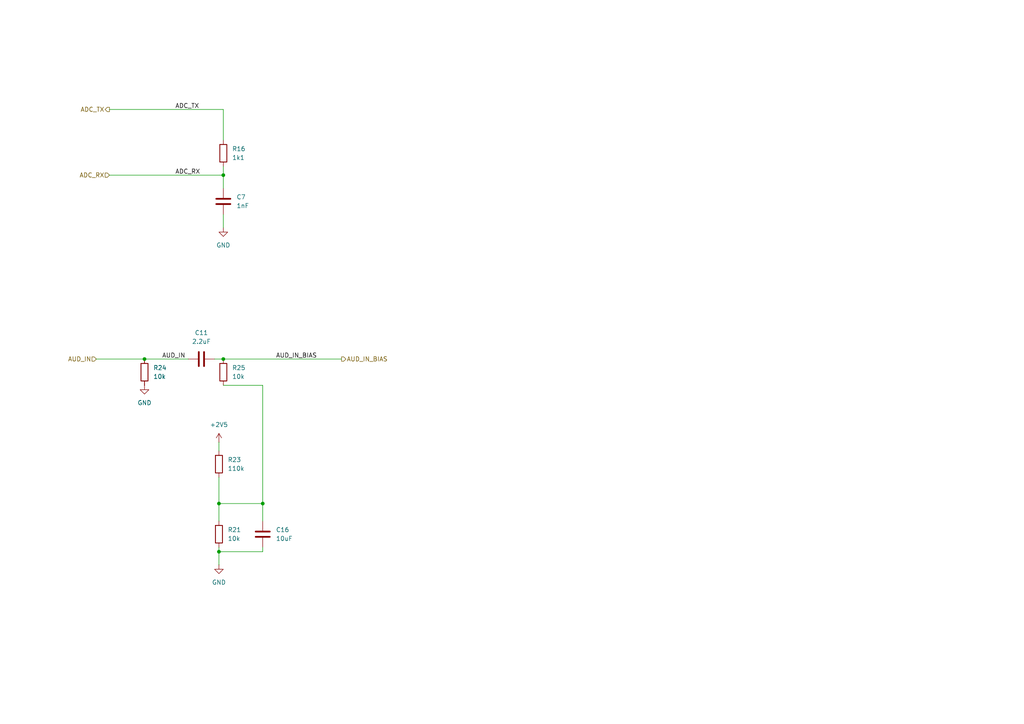
<source format=kicad_sch>
(kicad_sch
	(version 20250114)
	(generator "eeschema")
	(generator_version "9.0")
	(uuid "772ff847-a194-466b-b27b-2c6e74b275df")
	(paper "A4")
	(lib_symbols
		(symbol "Device:C"
			(pin_numbers
				(hide yes)
			)
			(pin_names
				(offset 0.254)
			)
			(exclude_from_sim no)
			(in_bom yes)
			(on_board yes)
			(property "Reference" "C"
				(at 0.635 2.54 0)
				(effects
					(font
						(size 1.27 1.27)
					)
					(justify left)
				)
			)
			(property "Value" "C"
				(at 0.635 -2.54 0)
				(effects
					(font
						(size 1.27 1.27)
					)
					(justify left)
				)
			)
			(property "Footprint" ""
				(at 0.9652 -3.81 0)
				(effects
					(font
						(size 1.27 1.27)
					)
					(hide yes)
				)
			)
			(property "Datasheet" "~"
				(at 0 0 0)
				(effects
					(font
						(size 1.27 1.27)
					)
					(hide yes)
				)
			)
			(property "Description" "Unpolarized capacitor"
				(at 0 0 0)
				(effects
					(font
						(size 1.27 1.27)
					)
					(hide yes)
				)
			)
			(property "ki_keywords" "cap capacitor"
				(at 0 0 0)
				(effects
					(font
						(size 1.27 1.27)
					)
					(hide yes)
				)
			)
			(property "ki_fp_filters" "C_*"
				(at 0 0 0)
				(effects
					(font
						(size 1.27 1.27)
					)
					(hide yes)
				)
			)
			(symbol "C_0_1"
				(polyline
					(pts
						(xy -2.032 0.762) (xy 2.032 0.762)
					)
					(stroke
						(width 0.508)
						(type default)
					)
					(fill
						(type none)
					)
				)
				(polyline
					(pts
						(xy -2.032 -0.762) (xy 2.032 -0.762)
					)
					(stroke
						(width 0.508)
						(type default)
					)
					(fill
						(type none)
					)
				)
			)
			(symbol "C_1_1"
				(pin passive line
					(at 0 3.81 270)
					(length 2.794)
					(name "~"
						(effects
							(font
								(size 1.27 1.27)
							)
						)
					)
					(number "1"
						(effects
							(font
								(size 1.27 1.27)
							)
						)
					)
				)
				(pin passive line
					(at 0 -3.81 90)
					(length 2.794)
					(name "~"
						(effects
							(font
								(size 1.27 1.27)
							)
						)
					)
					(number "2"
						(effects
							(font
								(size 1.27 1.27)
							)
						)
					)
				)
			)
			(embedded_fonts no)
		)
		(symbol "Device:R"
			(pin_numbers
				(hide yes)
			)
			(pin_names
				(offset 0)
			)
			(exclude_from_sim no)
			(in_bom yes)
			(on_board yes)
			(property "Reference" "R"
				(at 2.032 0 90)
				(effects
					(font
						(size 1.27 1.27)
					)
				)
			)
			(property "Value" "R"
				(at 0 0 90)
				(effects
					(font
						(size 1.27 1.27)
					)
				)
			)
			(property "Footprint" ""
				(at -1.778 0 90)
				(effects
					(font
						(size 1.27 1.27)
					)
					(hide yes)
				)
			)
			(property "Datasheet" "~"
				(at 0 0 0)
				(effects
					(font
						(size 1.27 1.27)
					)
					(hide yes)
				)
			)
			(property "Description" "Resistor"
				(at 0 0 0)
				(effects
					(font
						(size 1.27 1.27)
					)
					(hide yes)
				)
			)
			(property "ki_keywords" "R res resistor"
				(at 0 0 0)
				(effects
					(font
						(size 1.27 1.27)
					)
					(hide yes)
				)
			)
			(property "ki_fp_filters" "R_*"
				(at 0 0 0)
				(effects
					(font
						(size 1.27 1.27)
					)
					(hide yes)
				)
			)
			(symbol "R_0_1"
				(rectangle
					(start -1.016 -2.54)
					(end 1.016 2.54)
					(stroke
						(width 0.254)
						(type default)
					)
					(fill
						(type none)
					)
				)
			)
			(symbol "R_1_1"
				(pin passive line
					(at 0 3.81 270)
					(length 1.27)
					(name "~"
						(effects
							(font
								(size 1.27 1.27)
							)
						)
					)
					(number "1"
						(effects
							(font
								(size 1.27 1.27)
							)
						)
					)
				)
				(pin passive line
					(at 0 -3.81 90)
					(length 1.27)
					(name "~"
						(effects
							(font
								(size 1.27 1.27)
							)
						)
					)
					(number "2"
						(effects
							(font
								(size 1.27 1.27)
							)
						)
					)
				)
			)
			(embedded_fonts no)
		)
		(symbol "power:+2V5"
			(power)
			(pin_numbers
				(hide yes)
			)
			(pin_names
				(offset 0)
				(hide yes)
			)
			(exclude_from_sim no)
			(in_bom yes)
			(on_board yes)
			(property "Reference" "#PWR"
				(at 0 -3.81 0)
				(effects
					(font
						(size 1.27 1.27)
					)
					(hide yes)
				)
			)
			(property "Value" "+2V5"
				(at 0 3.556 0)
				(effects
					(font
						(size 1.27 1.27)
					)
				)
			)
			(property "Footprint" ""
				(at 0 0 0)
				(effects
					(font
						(size 1.27 1.27)
					)
					(hide yes)
				)
			)
			(property "Datasheet" ""
				(at 0 0 0)
				(effects
					(font
						(size 1.27 1.27)
					)
					(hide yes)
				)
			)
			(property "Description" "Power symbol creates a global label with name \"+2V5\""
				(at 0 0 0)
				(effects
					(font
						(size 1.27 1.27)
					)
					(hide yes)
				)
			)
			(property "ki_keywords" "global power"
				(at 0 0 0)
				(effects
					(font
						(size 1.27 1.27)
					)
					(hide yes)
				)
			)
			(symbol "+2V5_0_1"
				(polyline
					(pts
						(xy -0.762 1.27) (xy 0 2.54)
					)
					(stroke
						(width 0)
						(type default)
					)
					(fill
						(type none)
					)
				)
				(polyline
					(pts
						(xy 0 2.54) (xy 0.762 1.27)
					)
					(stroke
						(width 0)
						(type default)
					)
					(fill
						(type none)
					)
				)
				(polyline
					(pts
						(xy 0 0) (xy 0 2.54)
					)
					(stroke
						(width 0)
						(type default)
					)
					(fill
						(type none)
					)
				)
			)
			(symbol "+2V5_1_1"
				(pin power_in line
					(at 0 0 90)
					(length 0)
					(name "~"
						(effects
							(font
								(size 1.27 1.27)
							)
						)
					)
					(number "1"
						(effects
							(font
								(size 1.27 1.27)
							)
						)
					)
				)
			)
			(embedded_fonts no)
		)
		(symbol "power:GND"
			(power)
			(pin_numbers
				(hide yes)
			)
			(pin_names
				(offset 0)
				(hide yes)
			)
			(exclude_from_sim no)
			(in_bom yes)
			(on_board yes)
			(property "Reference" "#PWR"
				(at 0 -6.35 0)
				(effects
					(font
						(size 1.27 1.27)
					)
					(hide yes)
				)
			)
			(property "Value" "GND"
				(at 0 -3.81 0)
				(effects
					(font
						(size 1.27 1.27)
					)
				)
			)
			(property "Footprint" ""
				(at 0 0 0)
				(effects
					(font
						(size 1.27 1.27)
					)
					(hide yes)
				)
			)
			(property "Datasheet" ""
				(at 0 0 0)
				(effects
					(font
						(size 1.27 1.27)
					)
					(hide yes)
				)
			)
			(property "Description" "Power symbol creates a global label with name \"GND\" , ground"
				(at 0 0 0)
				(effects
					(font
						(size 1.27 1.27)
					)
					(hide yes)
				)
			)
			(property "ki_keywords" "global power"
				(at 0 0 0)
				(effects
					(font
						(size 1.27 1.27)
					)
					(hide yes)
				)
			)
			(symbol "GND_0_1"
				(polyline
					(pts
						(xy 0 0) (xy 0 -1.27) (xy 1.27 -1.27) (xy 0 -2.54) (xy -1.27 -1.27) (xy 0 -1.27)
					)
					(stroke
						(width 0)
						(type default)
					)
					(fill
						(type none)
					)
				)
			)
			(symbol "GND_1_1"
				(pin power_in line
					(at 0 0 270)
					(length 0)
					(name "~"
						(effects
							(font
								(size 1.27 1.27)
							)
						)
					)
					(number "1"
						(effects
							(font
								(size 1.27 1.27)
							)
						)
					)
				)
			)
			(embedded_fonts no)
		)
	)
	(junction
		(at 41.91 104.14)
		(diameter 0)
		(color 0 0 0 0)
		(uuid "0eaeca76-5984-404e-9ead-b464e7b10c6b")
	)
	(junction
		(at 64.77 104.14)
		(diameter 0)
		(color 0 0 0 0)
		(uuid "28f6d038-cd68-4b51-aed0-ec2ea748c30c")
	)
	(junction
		(at 63.5 160.02)
		(diameter 0)
		(color 0 0 0 0)
		(uuid "4db8c21a-c439-4d25-807d-2cd6c7f6eeae")
	)
	(junction
		(at 76.2 146.05)
		(diameter 0)
		(color 0 0 0 0)
		(uuid "7f7ff779-517f-4d3c-81fd-aa5f5023ca65")
	)
	(junction
		(at 63.5 146.05)
		(diameter 0)
		(color 0 0 0 0)
		(uuid "81612abf-79f8-46c3-ad57-694c87640c8a")
	)
	(junction
		(at 64.77 50.8)
		(diameter 0)
		(color 0 0 0 0)
		(uuid "e2de462b-c113-4a94-9b74-4d9c4b42f9e5")
	)
	(wire
		(pts
			(xy 63.5 158.75) (xy 63.5 160.02)
		)
		(stroke
			(width 0)
			(type default)
		)
		(uuid "05cd6ea5-8c57-40c9-9c4b-e6b9215e9488")
	)
	(wire
		(pts
			(xy 63.5 146.05) (xy 63.5 151.13)
		)
		(stroke
			(width 0)
			(type default)
		)
		(uuid "078986ee-b270-40bc-823e-4660b13d2667")
	)
	(wire
		(pts
			(xy 41.91 104.14) (xy 54.61 104.14)
		)
		(stroke
			(width 0)
			(type default)
		)
		(uuid "0b67f233-7509-4c74-b5d0-0a8352bd8be1")
	)
	(wire
		(pts
			(xy 31.75 31.75) (xy 64.77 31.75)
		)
		(stroke
			(width 0)
			(type default)
		)
		(uuid "0cc43b31-eeac-49b5-8dde-6a7b30e322e9")
	)
	(wire
		(pts
			(xy 63.5 128.27) (xy 63.5 130.81)
		)
		(stroke
			(width 0)
			(type default)
		)
		(uuid "38fc29c6-716e-4834-ba4e-ecbc7b338578")
	)
	(wire
		(pts
			(xy 64.77 40.64) (xy 64.77 31.75)
		)
		(stroke
			(width 0)
			(type default)
		)
		(uuid "3cef5acd-41b8-4342-b27f-e9d9a81eda32")
	)
	(wire
		(pts
			(xy 64.77 104.14) (xy 99.06 104.14)
		)
		(stroke
			(width 0)
			(type default)
		)
		(uuid "53e695c2-6e0f-4921-847a-5ab44c066225")
	)
	(wire
		(pts
			(xy 76.2 151.13) (xy 76.2 146.05)
		)
		(stroke
			(width 0)
			(type default)
		)
		(uuid "59d73d01-4e25-4bfa-bf24-7d6ceb95e864")
	)
	(wire
		(pts
			(xy 76.2 111.76) (xy 76.2 146.05)
		)
		(stroke
			(width 0)
			(type default)
		)
		(uuid "73b048c7-59e9-4a70-ae5d-31bdde483432")
	)
	(wire
		(pts
			(xy 63.5 160.02) (xy 76.2 160.02)
		)
		(stroke
			(width 0)
			(type default)
		)
		(uuid "8e77c54c-e54b-4f5d-aab2-43625ffac802")
	)
	(wire
		(pts
			(xy 27.94 104.14) (xy 41.91 104.14)
		)
		(stroke
			(width 0)
			(type default)
		)
		(uuid "9300e5dc-94f9-4159-b1ee-a90fdc87ca86")
	)
	(wire
		(pts
			(xy 64.77 62.23) (xy 64.77 66.04)
		)
		(stroke
			(width 0)
			(type default)
		)
		(uuid "9a8bdc72-bcce-4b45-b6ba-f2b3e0cbceba")
	)
	(wire
		(pts
			(xy 64.77 50.8) (xy 64.77 54.61)
		)
		(stroke
			(width 0)
			(type default)
		)
		(uuid "a0195bb6-a69e-4d5f-be47-c5f7ee4646af")
	)
	(wire
		(pts
			(xy 63.5 138.43) (xy 63.5 146.05)
		)
		(stroke
			(width 0)
			(type default)
		)
		(uuid "a35e9846-f0d9-41ce-ad0a-9e4fd9c22858")
	)
	(wire
		(pts
			(xy 31.75 50.8) (xy 64.77 50.8)
		)
		(stroke
			(width 0)
			(type default)
		)
		(uuid "b0f1ec8e-8924-4f38-a55b-916139eb51b1")
	)
	(wire
		(pts
			(xy 63.5 160.02) (xy 63.5 163.83)
		)
		(stroke
			(width 0)
			(type default)
		)
		(uuid "c421fe78-4be1-4a79-b80e-2ccd7a7d92a1")
	)
	(wire
		(pts
			(xy 76.2 111.76) (xy 64.77 111.76)
		)
		(stroke
			(width 0)
			(type default)
		)
		(uuid "c5622012-58cf-46f0-88d4-978be8ca7a94")
	)
	(wire
		(pts
			(xy 62.23 104.14) (xy 64.77 104.14)
		)
		(stroke
			(width 0)
			(type default)
		)
		(uuid "cc9f92a1-208e-4bef-a014-0198569b188b")
	)
	(wire
		(pts
			(xy 76.2 146.05) (xy 63.5 146.05)
		)
		(stroke
			(width 0)
			(type default)
		)
		(uuid "d5f14e3c-0a25-4099-b73c-fa58f2eb9ec6")
	)
	(wire
		(pts
			(xy 64.77 48.26) (xy 64.77 50.8)
		)
		(stroke
			(width 0)
			(type default)
		)
		(uuid "ebd0cfe5-0e2b-4486-94f2-e92587b30be9")
	)
	(wire
		(pts
			(xy 76.2 160.02) (xy 76.2 158.75)
		)
		(stroke
			(width 0)
			(type default)
		)
		(uuid "ef98ba55-2b2a-48a5-9aa7-153469f04b77")
	)
	(label "AUD_IN_BIAS"
		(at 80.01 104.14 0)
		(effects
			(font
				(size 1.27 1.27)
			)
			(justify left bottom)
		)
		(uuid "334400a1-d822-4c90-84a3-c1056fa3a466")
	)
	(label "ADC_RX"
		(at 50.8 50.8 0)
		(effects
			(font
				(size 1.27 1.27)
			)
			(justify left bottom)
		)
		(uuid "378375b1-1290-42fc-8e13-4247b057fb56")
	)
	(label "AUD_IN"
		(at 46.99 104.14 0)
		(effects
			(font
				(size 1.27 1.27)
			)
			(justify left bottom)
		)
		(uuid "48b837a8-7028-429c-8593-473880b1c773")
	)
	(label "ADC_TX"
		(at 50.8 31.75 0)
		(effects
			(font
				(size 1.27 1.27)
			)
			(justify left bottom)
		)
		(uuid "c1ca05a6-4cdc-4ad5-89ec-b4d94499e3f3")
	)
	(hierarchical_label "ADC_RX"
		(shape input)
		(at 31.75 50.8 180)
		(effects
			(font
				(size 1.27 1.27)
			)
			(justify right)
		)
		(uuid "9ac4167d-c812-4cd6-a312-c1e6f6b895e8")
	)
	(hierarchical_label "AUD_IN_BIAS"
		(shape output)
		(at 99.06 104.14 0)
		(effects
			(font
				(size 1.27 1.27)
			)
			(justify left)
		)
		(uuid "aef19c8a-2be7-46ac-8a6d-7e63c5587c03")
	)
	(hierarchical_label "ADC_TX"
		(shape output)
		(at 31.75 31.75 180)
		(effects
			(font
				(size 1.27 1.27)
			)
			(justify right)
		)
		(uuid "cff769a2-6a55-4662-b14a-93983a23f6df")
	)
	(hierarchical_label "AUD_IN"
		(shape input)
		(at 27.94 104.14 180)
		(effects
			(font
				(size 1.27 1.27)
			)
			(justify right)
		)
		(uuid "d04df2a7-bb22-48ad-8fdb-d50a56b0f1f0")
	)
	(symbol
		(lib_id "Device:C")
		(at 58.42 104.14 90)
		(unit 1)
		(exclude_from_sim no)
		(in_bom yes)
		(on_board yes)
		(dnp no)
		(fields_autoplaced yes)
		(uuid "06cd2056-a0de-432b-94d9-ce164b589e7c")
		(property "Reference" "C11"
			(at 58.42 96.52 90)
			(effects
				(font
					(size 1.27 1.27)
				)
			)
		)
		(property "Value" "2.2uF"
			(at 58.42 99.06 90)
			(effects
				(font
					(size 1.27 1.27)
				)
			)
		)
		(property "Footprint" "Capacitor_SMD:C_0603_1608Metric"
			(at 62.23 103.1748 0)
			(effects
				(font
					(size 1.27 1.27)
				)
				(hide yes)
			)
		)
		(property "Datasheet" "~"
			(at 58.42 104.14 0)
			(effects
				(font
					(size 1.27 1.27)
				)
				(hide yes)
			)
		)
		(property "Description" "Unpolarized capacitor"
			(at 58.42 104.14 0)
			(effects
				(font
					(size 1.27 1.27)
				)
				(hide yes)
			)
		)
		(pin "1"
			(uuid "863813e9-a679-4403-9773-ec31e0c08b99")
		)
		(pin "2"
			(uuid "67b0787d-e17d-4013-9328-cf0d8f59c669")
		)
		(instances
			(project ""
				(path "/f8f92944-710a-49a0-a698-f840e5f20e15/1dc50d40-2acd-4c26-808b-1819716fc764"
					(reference "C11")
					(unit 1)
				)
			)
		)
	)
	(symbol
		(lib_id "Device:R")
		(at 63.5 134.62 0)
		(unit 1)
		(exclude_from_sim no)
		(in_bom yes)
		(on_board yes)
		(dnp no)
		(fields_autoplaced yes)
		(uuid "09443756-87f3-4fb0-b02b-0904f5448470")
		(property "Reference" "R23"
			(at 66.04 133.3499 0)
			(effects
				(font
					(size 1.27 1.27)
				)
				(justify left)
			)
		)
		(property "Value" "110k"
			(at 66.04 135.8899 0)
			(effects
				(font
					(size 1.27 1.27)
				)
				(justify left)
			)
		)
		(property "Footprint" "Resistor_SMD:R_0603_1608Metric"
			(at 61.722 134.62 90)
			(effects
				(font
					(size 1.27 1.27)
				)
				(hide yes)
			)
		)
		(property "Datasheet" "~"
			(at 63.5 134.62 0)
			(effects
				(font
					(size 1.27 1.27)
				)
				(hide yes)
			)
		)
		(property "Description" "Resistor"
			(at 63.5 134.62 0)
			(effects
				(font
					(size 1.27 1.27)
				)
				(hide yes)
			)
		)
		(pin "1"
			(uuid "ce7cdc88-b3c6-4cbf-b1d4-1a87612f0c62")
		)
		(pin "2"
			(uuid "947769bf-805f-495e-baeb-9ce95d7d439a")
		)
		(instances
			(project "pokeymax4b"
				(path "/f8f92944-710a-49a0-a698-f840e5f20e15/1dc50d40-2acd-4c26-808b-1819716fc764"
					(reference "R23")
					(unit 1)
				)
			)
		)
	)
	(symbol
		(lib_id "Device:R")
		(at 63.5 154.94 0)
		(unit 1)
		(exclude_from_sim no)
		(in_bom yes)
		(on_board yes)
		(dnp no)
		(fields_autoplaced yes)
		(uuid "3c174f6a-0a8c-4854-bd0b-9cf0494d4ea7")
		(property "Reference" "R21"
			(at 66.04 153.6699 0)
			(effects
				(font
					(size 1.27 1.27)
				)
				(justify left)
			)
		)
		(property "Value" "10k"
			(at 66.04 156.2099 0)
			(effects
				(font
					(size 1.27 1.27)
				)
				(justify left)
			)
		)
		(property "Footprint" "Resistor_SMD:R_0603_1608Metric"
			(at 61.722 154.94 90)
			(effects
				(font
					(size 1.27 1.27)
				)
				(hide yes)
			)
		)
		(property "Datasheet" "~"
			(at 63.5 154.94 0)
			(effects
				(font
					(size 1.27 1.27)
				)
				(hide yes)
			)
		)
		(property "Description" "Resistor"
			(at 63.5 154.94 0)
			(effects
				(font
					(size 1.27 1.27)
				)
				(hide yes)
			)
		)
		(pin "1"
			(uuid "93a1b44b-16f0-4eff-9243-9dd22c2e5ed7")
		)
		(pin "2"
			(uuid "ab52e501-ff9e-4b8c-ae01-67f07897fc25")
		)
		(instances
			(project "pokeymax4b"
				(path "/f8f92944-710a-49a0-a698-f840e5f20e15/1dc50d40-2acd-4c26-808b-1819716fc764"
					(reference "R21")
					(unit 1)
				)
			)
		)
	)
	(symbol
		(lib_id "power:+2V5")
		(at 63.5 128.27 0)
		(unit 1)
		(exclude_from_sim no)
		(in_bom yes)
		(on_board yes)
		(dnp no)
		(fields_autoplaced yes)
		(uuid "4492d9c5-9f0c-4434-b18a-0a87f8a7320a")
		(property "Reference" "#PWR038"
			(at 63.5 132.08 0)
			(effects
				(font
					(size 1.27 1.27)
				)
				(hide yes)
			)
		)
		(property "Value" "+2V5"
			(at 63.5 123.19 0)
			(effects
				(font
					(size 1.27 1.27)
				)
			)
		)
		(property "Footprint" ""
			(at 63.5 128.27 0)
			(effects
				(font
					(size 1.27 1.27)
				)
				(hide yes)
			)
		)
		(property "Datasheet" ""
			(at 63.5 128.27 0)
			(effects
				(font
					(size 1.27 1.27)
				)
				(hide yes)
			)
		)
		(property "Description" "Power symbol creates a global label with name \"+2V5\""
			(at 63.5 128.27 0)
			(effects
				(font
					(size 1.27 1.27)
				)
				(hide yes)
			)
		)
		(pin "1"
			(uuid "3824f770-5cb1-4f02-a890-7a1b043ff467")
		)
		(instances
			(project "pokeymax4b"
				(path "/f8f92944-710a-49a0-a698-f840e5f20e15/1dc50d40-2acd-4c26-808b-1819716fc764"
					(reference "#PWR038")
					(unit 1)
				)
			)
		)
	)
	(symbol
		(lib_id "Device:R")
		(at 41.91 107.95 0)
		(unit 1)
		(exclude_from_sim no)
		(in_bom yes)
		(on_board yes)
		(dnp no)
		(fields_autoplaced yes)
		(uuid "7bda38c4-a233-458d-ba2a-b1d80e160058")
		(property "Reference" "R24"
			(at 44.45 106.6799 0)
			(effects
				(font
					(size 1.27 1.27)
				)
				(justify left)
			)
		)
		(property "Value" "10k"
			(at 44.45 109.2199 0)
			(effects
				(font
					(size 1.27 1.27)
				)
				(justify left)
			)
		)
		(property "Footprint" "Resistor_SMD:R_0603_1608Metric"
			(at 40.132 107.95 90)
			(effects
				(font
					(size 1.27 1.27)
				)
				(hide yes)
			)
		)
		(property "Datasheet" "~"
			(at 41.91 107.95 0)
			(effects
				(font
					(size 1.27 1.27)
				)
				(hide yes)
			)
		)
		(property "Description" "Resistor"
			(at 41.91 107.95 0)
			(effects
				(font
					(size 1.27 1.27)
				)
				(hide yes)
			)
		)
		(pin "1"
			(uuid "a013ff97-fa20-483e-9717-a93fcc4d5895")
		)
		(pin "2"
			(uuid "c72d604b-6adb-4caa-9647-00eabf2e4d4a")
		)
		(instances
			(project "pokeymax4b"
				(path "/f8f92944-710a-49a0-a698-f840e5f20e15/1dc50d40-2acd-4c26-808b-1819716fc764"
					(reference "R24")
					(unit 1)
				)
			)
		)
	)
	(symbol
		(lib_id "Device:R")
		(at 64.77 107.95 0)
		(unit 1)
		(exclude_from_sim no)
		(in_bom yes)
		(on_board yes)
		(dnp no)
		(fields_autoplaced yes)
		(uuid "93ed9da9-f80a-47d2-935c-b25dac6ec717")
		(property "Reference" "R25"
			(at 67.31 106.6799 0)
			(effects
				(font
					(size 1.27 1.27)
				)
				(justify left)
			)
		)
		(property "Value" "10k"
			(at 67.31 109.2199 0)
			(effects
				(font
					(size 1.27 1.27)
				)
				(justify left)
			)
		)
		(property "Footprint" "Resistor_SMD:R_0603_1608Metric"
			(at 62.992 107.95 90)
			(effects
				(font
					(size 1.27 1.27)
				)
				(hide yes)
			)
		)
		(property "Datasheet" "~"
			(at 64.77 107.95 0)
			(effects
				(font
					(size 1.27 1.27)
				)
				(hide yes)
			)
		)
		(property "Description" "Resistor"
			(at 64.77 107.95 0)
			(effects
				(font
					(size 1.27 1.27)
				)
				(hide yes)
			)
		)
		(pin "1"
			(uuid "22496743-8826-4602-b5d2-2bc2af10ea9e")
		)
		(pin "2"
			(uuid "34b26095-c4e5-47bd-845c-f59e565f4b57")
		)
		(instances
			(project "pokeymax4b"
				(path "/f8f92944-710a-49a0-a698-f840e5f20e15/1dc50d40-2acd-4c26-808b-1819716fc764"
					(reference "R25")
					(unit 1)
				)
			)
		)
	)
	(symbol
		(lib_id "power:GND")
		(at 64.77 66.04 0)
		(unit 1)
		(exclude_from_sim no)
		(in_bom yes)
		(on_board yes)
		(dnp no)
		(fields_autoplaced yes)
		(uuid "945972f6-456c-4710-9df2-33dc825f4d15")
		(property "Reference" "#PWR036"
			(at 64.77 72.39 0)
			(effects
				(font
					(size 1.27 1.27)
				)
				(hide yes)
			)
		)
		(property "Value" "GND"
			(at 64.77 71.12 0)
			(effects
				(font
					(size 1.27 1.27)
				)
			)
		)
		(property "Footprint" ""
			(at 64.77 66.04 0)
			(effects
				(font
					(size 1.27 1.27)
				)
				(hide yes)
			)
		)
		(property "Datasheet" ""
			(at 64.77 66.04 0)
			(effects
				(font
					(size 1.27 1.27)
				)
				(hide yes)
			)
		)
		(property "Description" "Power symbol creates a global label with name \"GND\" , ground"
			(at 64.77 66.04 0)
			(effects
				(font
					(size 1.27 1.27)
				)
				(hide yes)
			)
		)
		(pin "1"
			(uuid "ad522a48-b0af-498a-95c5-1623c31d2589")
		)
		(instances
			(project ""
				(path "/f8f92944-710a-49a0-a698-f840e5f20e15/1dc50d40-2acd-4c26-808b-1819716fc764"
					(reference "#PWR036")
					(unit 1)
				)
			)
		)
	)
	(symbol
		(lib_id "Device:R")
		(at 64.77 44.45 0)
		(unit 1)
		(exclude_from_sim no)
		(in_bom yes)
		(on_board yes)
		(dnp no)
		(fields_autoplaced yes)
		(uuid "971f0099-318a-42a4-aee4-8740ef73c374")
		(property "Reference" "R16"
			(at 67.31 43.1799 0)
			(effects
				(font
					(size 1.27 1.27)
				)
				(justify left)
			)
		)
		(property "Value" "1k1"
			(at 67.31 45.7199 0)
			(effects
				(font
					(size 1.27 1.27)
				)
				(justify left)
			)
		)
		(property "Footprint" "Resistor_SMD:R_0603_1608Metric"
			(at 62.992 44.45 90)
			(effects
				(font
					(size 1.27 1.27)
				)
				(hide yes)
			)
		)
		(property "Datasheet" "~"
			(at 64.77 44.45 0)
			(effects
				(font
					(size 1.27 1.27)
				)
				(hide yes)
			)
		)
		(property "Description" "Resistor"
			(at 64.77 44.45 0)
			(effects
				(font
					(size 1.27 1.27)
				)
				(hide yes)
			)
		)
		(pin "2"
			(uuid "dab00a8d-7729-438e-9673-63813aa46a87")
		)
		(pin "1"
			(uuid "3b0f4286-72c6-4efe-8ad1-89c5b67e5d0a")
		)
		(instances
			(project ""
				(path "/f8f92944-710a-49a0-a698-f840e5f20e15/1dc50d40-2acd-4c26-808b-1819716fc764"
					(reference "R16")
					(unit 1)
				)
			)
		)
	)
	(symbol
		(lib_id "Device:C")
		(at 64.77 58.42 0)
		(unit 1)
		(exclude_from_sim no)
		(in_bom yes)
		(on_board yes)
		(dnp no)
		(fields_autoplaced yes)
		(uuid "abe35a00-08d8-443a-9731-b3df85251e37")
		(property "Reference" "C7"
			(at 68.58 57.1499 0)
			(effects
				(font
					(size 1.27 1.27)
				)
				(justify left)
			)
		)
		(property "Value" "1nF"
			(at 68.58 59.6899 0)
			(effects
				(font
					(size 1.27 1.27)
				)
				(justify left)
			)
		)
		(property "Footprint" "Capacitor_SMD:C_0603_1608Metric"
			(at 65.7352 62.23 0)
			(effects
				(font
					(size 1.27 1.27)
				)
				(hide yes)
			)
		)
		(property "Datasheet" "~"
			(at 64.77 58.42 0)
			(effects
				(font
					(size 1.27 1.27)
				)
				(hide yes)
			)
		)
		(property "Description" "Unpolarized capacitor"
			(at 64.77 58.42 0)
			(effects
				(font
					(size 1.27 1.27)
				)
				(hide yes)
			)
		)
		(pin "1"
			(uuid "affee368-0878-49ce-8cc1-ea404548f731")
		)
		(pin "2"
			(uuid "d22beb7c-fea3-4044-92a5-0dffacc266e2")
		)
		(instances
			(project ""
				(path "/f8f92944-710a-49a0-a698-f840e5f20e15/1dc50d40-2acd-4c26-808b-1819716fc764"
					(reference "C7")
					(unit 1)
				)
			)
		)
	)
	(symbol
		(lib_id "power:GND")
		(at 63.5 163.83 0)
		(unit 1)
		(exclude_from_sim no)
		(in_bom yes)
		(on_board yes)
		(dnp no)
		(fields_autoplaced yes)
		(uuid "d9cb2843-1bc3-4eb9-81b8-c792523866f7")
		(property "Reference" "#PWR037"
			(at 63.5 170.18 0)
			(effects
				(font
					(size 1.27 1.27)
				)
				(hide yes)
			)
		)
		(property "Value" "GND"
			(at 63.5 168.91 0)
			(effects
				(font
					(size 1.27 1.27)
				)
			)
		)
		(property "Footprint" ""
			(at 63.5 163.83 0)
			(effects
				(font
					(size 1.27 1.27)
				)
				(hide yes)
			)
		)
		(property "Datasheet" ""
			(at 63.5 163.83 0)
			(effects
				(font
					(size 1.27 1.27)
				)
				(hide yes)
			)
		)
		(property "Description" "Power symbol creates a global label with name \"GND\" , ground"
			(at 63.5 163.83 0)
			(effects
				(font
					(size 1.27 1.27)
				)
				(hide yes)
			)
		)
		(pin "1"
			(uuid "ea3258cb-1e85-4d9b-834d-2092b1fe5ad2")
		)
		(instances
			(project "pokeymax4b"
				(path "/f8f92944-710a-49a0-a698-f840e5f20e15/1dc50d40-2acd-4c26-808b-1819716fc764"
					(reference "#PWR037")
					(unit 1)
				)
			)
		)
	)
	(symbol
		(lib_id "power:GND")
		(at 41.91 111.76 0)
		(unit 1)
		(exclude_from_sim no)
		(in_bom yes)
		(on_board yes)
		(dnp no)
		(fields_autoplaced yes)
		(uuid "ec6f1641-61f9-4d8b-92ac-1a0d96e5d648")
		(property "Reference" "#PWR041"
			(at 41.91 118.11 0)
			(effects
				(font
					(size 1.27 1.27)
				)
				(hide yes)
			)
		)
		(property "Value" "GND"
			(at 41.91 116.84 0)
			(effects
				(font
					(size 1.27 1.27)
				)
			)
		)
		(property "Footprint" ""
			(at 41.91 111.76 0)
			(effects
				(font
					(size 1.27 1.27)
				)
				(hide yes)
			)
		)
		(property "Datasheet" ""
			(at 41.91 111.76 0)
			(effects
				(font
					(size 1.27 1.27)
				)
				(hide yes)
			)
		)
		(property "Description" "Power symbol creates a global label with name \"GND\" , ground"
			(at 41.91 111.76 0)
			(effects
				(font
					(size 1.27 1.27)
				)
				(hide yes)
			)
		)
		(pin "1"
			(uuid "a304e755-c770-4150-9aaa-f12635f5e094")
		)
		(instances
			(project "pokeymax4b"
				(path "/f8f92944-710a-49a0-a698-f840e5f20e15/1dc50d40-2acd-4c26-808b-1819716fc764"
					(reference "#PWR041")
					(unit 1)
				)
			)
		)
	)
	(symbol
		(lib_id "Device:C")
		(at 76.2 154.94 180)
		(unit 1)
		(exclude_from_sim no)
		(in_bom yes)
		(on_board yes)
		(dnp no)
		(fields_autoplaced yes)
		(uuid "ffc75991-b9ca-4c82-aa03-983f9f717546")
		(property "Reference" "C16"
			(at 80.01 153.6699 0)
			(effects
				(font
					(size 1.27 1.27)
				)
				(justify right)
			)
		)
		(property "Value" "10uF"
			(at 80.01 156.2099 0)
			(effects
				(font
					(size 1.27 1.27)
				)
				(justify right)
			)
		)
		(property "Footprint" "Capacitor_SMD:C_0603_1608Metric"
			(at 75.2348 151.13 0)
			(effects
				(font
					(size 1.27 1.27)
				)
				(hide yes)
			)
		)
		(property "Datasheet" "~"
			(at 76.2 154.94 0)
			(effects
				(font
					(size 1.27 1.27)
				)
				(hide yes)
			)
		)
		(property "Description" "Unpolarized capacitor"
			(at 76.2 154.94 0)
			(effects
				(font
					(size 1.27 1.27)
				)
				(hide yes)
			)
		)
		(pin "1"
			(uuid "2cf5b0ed-75fb-4de6-8caf-48ae7ce3d4dc")
		)
		(pin "2"
			(uuid "26a7d727-cd4b-476e-aac0-3e6eec698400")
		)
		(instances
			(project "pokeymax4b"
				(path "/f8f92944-710a-49a0-a698-f840e5f20e15/1dc50d40-2acd-4c26-808b-1819716fc764"
					(reference "C16")
					(unit 1)
				)
			)
		)
	)
)

</source>
